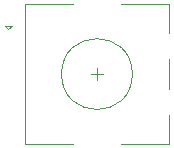
<source format=gbr>
G04 #@! TF.GenerationSoftware,KiCad,Pcbnew,(5.1.8)-1*
G04 #@! TF.CreationDate,2021-01-11T10:14:07+02:00*
G04 #@! TF.ProjectId,OsseyPad,4f737365-7950-4616-942e-6b696361645f,rev?*
G04 #@! TF.SameCoordinates,Original*
G04 #@! TF.FileFunction,Legend,Top*
G04 #@! TF.FilePolarity,Positive*
%FSLAX46Y46*%
G04 Gerber Fmt 4.6, Leading zero omitted, Abs format (unit mm)*
G04 Created by KiCad (PCBNEW (5.1.8)-1) date 2021-01-11 10:14:07*
%MOMM*%
%LPD*%
G01*
G04 APERTURE LIST*
%ADD10C,0.120000*%
G04 APERTURE END LIST*
D10*
X151895000Y-40486250D02*
X152895000Y-40486250D01*
X152395000Y-39986250D02*
X152395000Y-40986250D01*
X158495000Y-43986250D02*
X158495000Y-46386250D01*
X158495000Y-39186250D02*
X158495000Y-41786250D01*
X158495000Y-34586250D02*
X158495000Y-36986250D01*
X145195000Y-36386250D02*
X144895000Y-36686250D01*
X144595000Y-36386250D02*
X145195000Y-36386250D01*
X144895000Y-36686250D02*
X144595000Y-36386250D01*
X146295000Y-34586250D02*
X146295000Y-46386250D01*
X150395000Y-34586250D02*
X146295000Y-34586250D01*
X150395000Y-46386250D02*
X146295000Y-46386250D01*
X158495000Y-46386250D02*
X154395000Y-46386250D01*
X154395000Y-34586250D02*
X158495000Y-34586250D01*
X155395000Y-40486250D02*
G75*
G03*
X155395000Y-40486250I-3000000J0D01*
G01*
M02*

</source>
